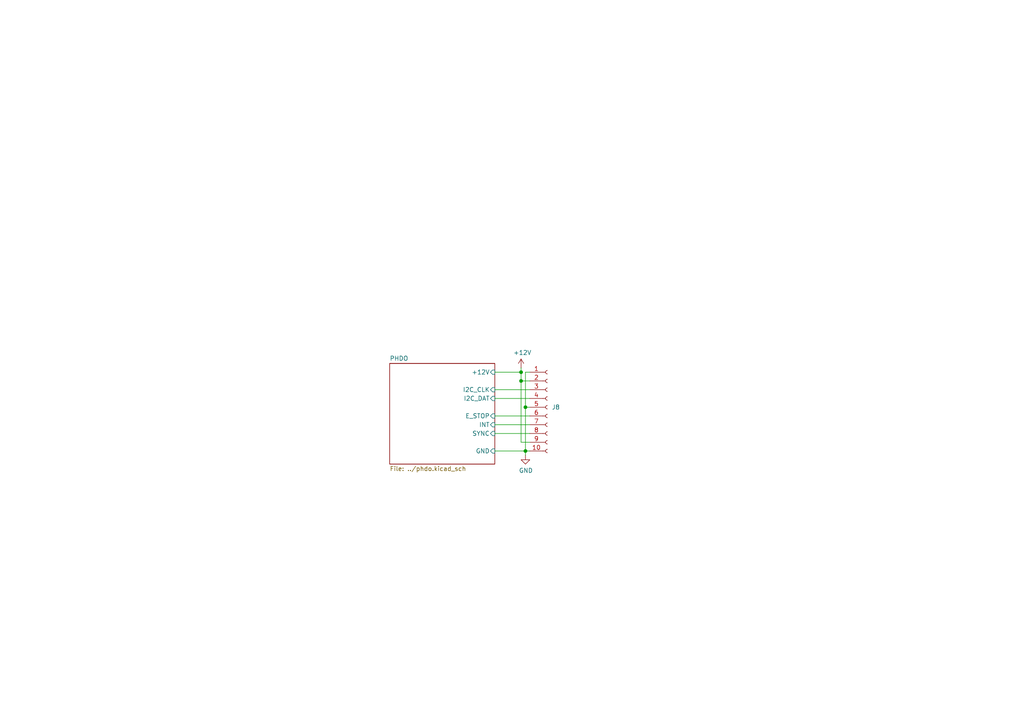
<source format=kicad_sch>
(kicad_sch (version 20231120) (generator "eeschema") (generator_version "8.0")
  (paper "A4")
  (lib_symbols
    (symbol "Connector:Conn_01x10_Female" (pin_names (offset 1.016) hide)
      (property "Reference" "J" (at 0 12.7 0))
      (property "Value" "Conn_01x10_Female" (at 0 -15.24 0))
      (symbol "Conn_01x10_Female_1_1"
        (arc (start 0 -12.192) (mid -0.5058 -12.7) (end 0 -13.208) (stroke (width 0.1524)))
        (arc (start 0 -9.652) (mid -0.5058 -10.16) (end 0 -10.668) (stroke (width 0.1524)))
        (arc (start 0 -7.112) (mid -0.5058 -7.62) (end 0 -8.128) (stroke (width 0.1524)))
        (arc (start 0 -4.572) (mid -0.5058 -5.08) (end 0 -5.588) (stroke (width 0.1524)))
        (arc (start 0 -2.032) (mid -0.5058 -2.54) (end 0 -3.048) (stroke (width 0.1524)))
        (polyline (pts (xy -1.27 -12.7) (xy -0.508 -12.7)) (stroke (width 0.1524)))
        (polyline (pts (xy -1.27 -10.16) (xy -0.508 -10.16)) (stroke (width 0.1524)))
        (polyline (pts (xy -1.27 -7.62) (xy -0.508 -7.62)) (stroke (width 0.1524)))
        (polyline (pts (xy -1.27 -5.08) (xy -0.508 -5.08)) (stroke (width 0.1524)))
        (polyline (pts (xy -1.27 -2.54) (xy -0.508 -2.54)) (stroke (width 0.1524)))
        (polyline (pts (xy -1.27 0) (xy -0.508 0)) (stroke (width 0.1524)))
        (polyline (pts (xy -1.27 2.54) (xy -0.508 2.54)) (stroke (width 0.1524)))
        (polyline (pts (xy -1.27 5.08) (xy -0.508 5.08)) (stroke (width 0.1524)))
        (polyline (pts (xy -1.27 7.62) (xy -0.508 7.62)) (stroke (width 0.1524)))
        (polyline (pts (xy -1.27 10.16) (xy -0.508 10.16)) (stroke (width 0.1524)))
        (arc (start 0 0.508) (mid -0.5058 0) (end 0 -0.508) (stroke (width 0.1524)))
        (arc (start 0 3.048) (mid -0.5058 2.54) (end 0 2.032) (stroke (width 0.1524)))
        (arc (start 0 5.588) (mid -0.5058 5.08) (end 0 4.572) (stroke (width 0.1524)))
        (arc (start 0 8.128) (mid -0.5058 7.62) (end 0 7.112) (stroke (width 0.1524)))
        (arc (start 0 10.668) (mid -0.5058 10.16) (end 0 9.652) (stroke (width 0.1524)))
        (pin passive line (at -5.08 10.16 0) (length 3.81) (name "Pin_1") (number "1"))
        (pin passive line (at -5.08 -12.7 0) (length 3.81) (name "Pin_10") (number "10"))
        (pin passive line (at -5.08 7.62 0) (length 3.81) (name "Pin_2") (number "2"))
        (pin passive line (at -5.08 5.08 0) (length 3.81) (name "Pin_3") (number "3"))
        (pin passive line (at -5.08 2.54 0) (length 3.81) (name "Pin_4") (number "4"))
        (pin passive line (at -5.08 0 0) (length 3.81) (name "Pin_5") (number "5"))
        (pin passive line (at -5.08 -2.54 0) (length 3.81) (name "Pin_6") (number "6"))
        (pin passive line (at -5.08 -5.08 0) (length 3.81) (name "Pin_7") (number "7"))
        (pin passive line (at -5.08 -7.62 0) (length 3.81) (name "Pin_8") (number "8"))
        (pin passive line (at -5.08 -10.16 0) (length 3.81) (name "Pin_9") (number "9"))
      )
    )
    (symbol "power:+12V" (power) (pin_names (offset 0))
      (property "Value" "+12V" (at 0 3.556 0))
      (symbol "+12V_0_1"
        (polyline (pts (xy -0.762 1.27) (xy 0 2.54)))
        (polyline (pts (xy 0 0) (xy 0 2.54)))
        (polyline (pts (xy 0 2.54) (xy 0.762 1.27)))
      )
      (symbol "+12V_1_1"
        (pin power_in line (at 0 0 90) (length 0) hide (name "+12V") (number "1"))
      )
    )
    (symbol "power:GND" (power) (pin_names (offset 0))
      (property "Value" "GND" (at 0 -3.81 0))
      (symbol "GND_0_1"
        (polyline (pts (xy 0 0) (xy 0 -1.27) (xy 1.27 -1.27) (xy 0 -2.54) (xy -1.27 -1.27) (xy 0 -1.27)))
      )
      (symbol "GND_1_1"
        (pin power_in line (at 0 0 270) (length 0) hide (name "GND") (number "1"))
      )
    )
  )
  (junction (at 151.13 107.95))
  (junction (at 151.13 110.49))
  (junction (at 152.4 130.81))
  (junction (at 152.4 118.11))
  (wire (pts (xy 143.51 113.03) (xy 153.67 113.03)))
  (wire (pts (xy 151.13 128.27) (xy 151.13 110.49)))
  (wire (pts (xy 143.51 130.81) (xy 152.4 130.81)))
  (wire (pts (xy 151.13 107.95) (xy 151.13 110.49)))
  (wire (pts (xy 152.4 132.08) (xy 152.4 130.81)))
  (wire (pts (xy 143.51 123.19) (xy 153.67 123.19)))
  (wire (pts (xy 143.51 125.73) (xy 153.67 125.73)))
  (wire (pts (xy 153.67 118.11) (xy 152.4 118.11)))
  (wire (pts (xy 153.67 130.81) (xy 152.4 130.81)))
  (wire (pts (xy 151.13 110.49) (xy 153.67 110.49)))
  (wire (pts (xy 143.51 107.95) (xy 151.13 107.95)))
  (wire (pts (xy 143.51 120.65) (xy 153.67 120.65)))
  (wire (pts (xy 143.51 115.57) (xy 153.67 115.57)))
  (wire (pts (xy 152.4 118.11) (xy 152.4 107.95)))
  (wire (pts (xy 152.4 107.95) (xy 153.67 107.95)))
  (wire (pts (xy 151.13 106.68) (xy 151.13 107.95)))
  (wire (pts (xy 152.4 130.81) (xy 152.4 118.11)))
  (wire (pts (xy 153.67 128.27) (xy 151.13 128.27)))
  (symbol (lib_id "Connector:Conn_01x10_Female") (at 158.75 118.11 0) (unit 1)
    (property "Reference" "J8" (at 160.02 118.11 0) (effects (justify left)))
    (property "Value" "Conn_01x10_Female" (effects (hide yes)))
    (property "Footprint" "Connector_PinSocket_2.54mm:PinSocket_1x10_P2.54mm_Horizontal" (effects (hide yes)))
  )
  (symbol (lib_id "power:GND") (at 152.4 132.08 0) (unit 1)
    (property "Reference" "#PWR015" (effects (hide yes)))
    (property "Value" "GND" (at 152.527 136.4742 0))
  )
  (symbol (lib_id "power:+12V") (at 151.13 106.68 0) (unit 1)
    (property "Reference" "#PWR014" (effects (hide yes)))
    (property "Value" "+12V" (at 151.511 102.2858 0))
  )
  (sheet (at 113.03 105.41) (size 30.48 29.21) (stroke (width 0.1524))
    (property "Sheetname" "PHDO" (at 113.03 104.6984 0) (effects (justify left bottom)))
    (property "Sheetfile" "../phdo.kicad_sch" (at 113.03 135.2046 0) (effects (justify left top)))
    (pin "+12V" input (at 143.51 107.95 0))
    (pin "I2C_DAT" input (at 143.51 115.57 0))
    (pin "E_STOP" input (at 143.51 120.65 0))
    (pin "INT" input (at 143.51 123.19 0))
    (pin "I2C_CLK" input (at 143.51 113.03 0))
    (pin "SYNC" input (at 143.51 125.73 0))
    (pin "GND" input (at 143.51 130.81 0))
  )
)
</source>
